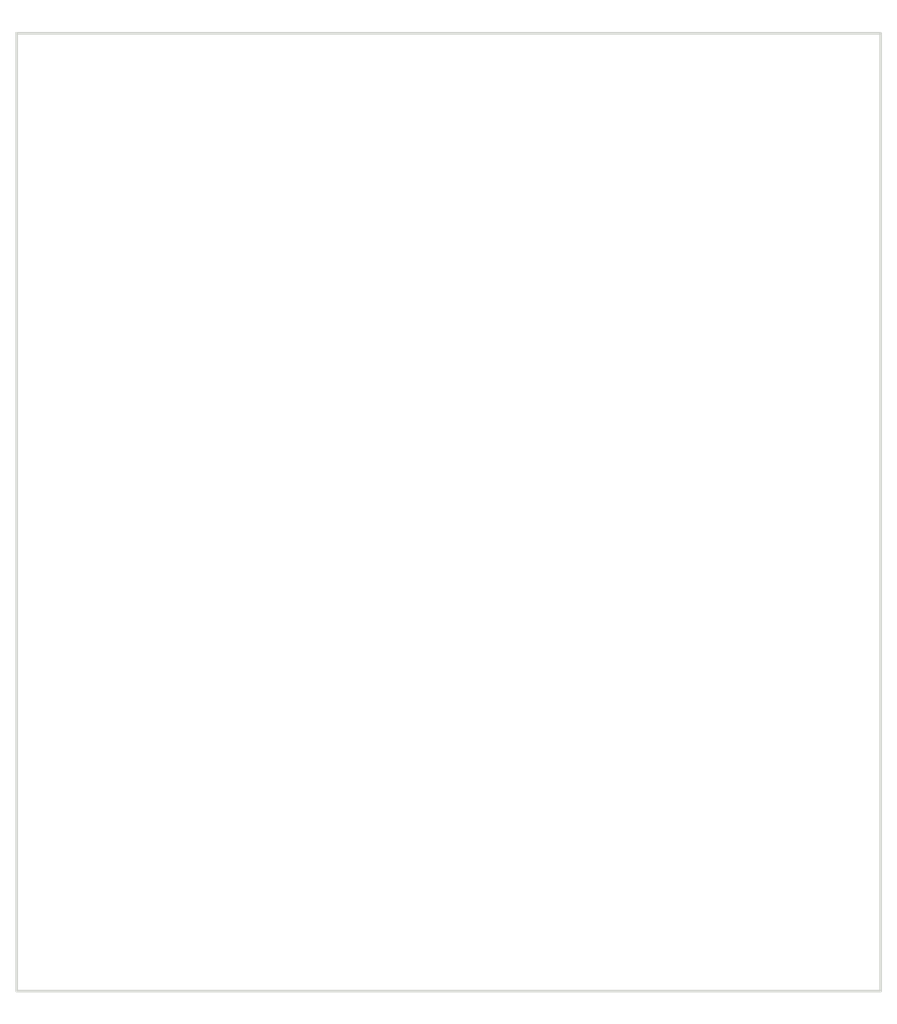
<source format=kicad_pcb>
(kicad_pcb (version 20221018) (generator pcbnew)

  (general
    (thickness 1.6)
  )

  (paper "USLetter")
  (layers
    (0 "F.Cu" signal)
    (31 "B.Cu" signal)
    (32 "B.Adhes" user "B.Adhesive")
    (33 "F.Adhes" user "F.Adhesive")
    (34 "B.Paste" user)
    (35 "F.Paste" user)
    (36 "B.SilkS" user "B.Silkscreen")
    (37 "F.SilkS" user "F.Silkscreen")
    (38 "B.Mask" user)
    (39 "F.Mask" user)
    (40 "Dwgs.User" user "User.Drawings")
    (41 "Cmts.User" user "User.Comments")
    (42 "Eco1.User" user "User.Eco1")
    (43 "Eco2.User" user "User.Eco2")
    (44 "Edge.Cuts" user)
    (45 "Margin" user)
    (46 "B.CrtYd" user "B.Courtyard")
    (47 "F.CrtYd" user "F.Courtyard")
    (48 "B.Fab" user)
    (49 "F.Fab" user)
    (50 "User.1" user)
    (51 "User.2" user)
    (52 "User.3" user)
    (53 "User.4" user)
    (54 "User.5" user)
    (55 "User.6" user)
    (56 "User.7" user)
    (57 "User.8" user)
    (58 "User.9" user)
  )

  (setup
    (stackup
      (layer "F.SilkS" (type "Top Silk Screen"))
      (layer "F.Paste" (type "Top Solder Paste"))
      (layer "F.Mask" (type "Top Solder Mask") (thickness 0.01))
      (layer "F.Cu" (type "copper") (thickness 0.035))
      (layer "dielectric 1" (type "core") (thickness 1.51) (material "FR4") (epsilon_r 4.5) (loss_tangent 0.02))
      (layer "B.Cu" (type "copper") (thickness 0.035))
      (layer "B.Mask" (type "Bottom Solder Mask") (thickness 0.01))
      (layer "B.Paste" (type "Bottom Solder Paste"))
      (layer "B.SilkS" (type "Bottom Silk Screen"))
      (copper_finish "None")
      (dielectric_constraints no)
    )
    (pad_to_mask_clearance 0)
    (aux_axis_origin 20 20)
    (grid_origin 20 20)
    (pcbplotparams
      (layerselection 0x00010fc_ffffffff)
      (plot_on_all_layers_selection 0x0000000_00000000)
      (disableapertmacros false)
      (usegerberextensions false)
      (usegerberattributes true)
      (usegerberadvancedattributes true)
      (creategerberjobfile true)
      (dashed_line_dash_ratio 12.000000)
      (dashed_line_gap_ratio 3.000000)
      (svgprecision 4)
      (plotframeref false)
      (viasonmask false)
      (mode 1)
      (useauxorigin false)
      (hpglpennumber 1)
      (hpglpenspeed 20)
      (hpglpendiameter 15.000000)
      (dxfpolygonmode true)
      (dxfimperialunits true)
      (dxfusepcbnewfont true)
      (psnegative false)
      (psa4output false)
      (plotreference true)
      (plotvalue true)
      (plotinvisibletext false)
      (sketchpadsonfab false)
      (subtractmaskfromsilk false)
      (outputformat 1)
      (mirror false)
      (drillshape 0)
      (scaleselection 1)
      (outputdirectory "")
    )
  )

  (net 0 "")

  (gr_rect locked (start 20 20) (end 85 92)
    (stroke (width 0.2) (type default)) (fill none) (layer "Edge.Cuts") (tstamp 86b1ff45-2082-46bd-9c7f-bd443e600339))
  (gr_rect locked (start 18.75 17.5) (end 86.25 94.5)
    (stroke (width 0.01) (type default)) (fill none) (layer "Margin") (tstamp 1e079792-6ba7-4d74-b5d5-b41b35d2a17c))
  (gr_rect locked (start 23.1 23.1) (end 81.9 88.9)
    (stroke (width 0.01) (type dash)) (fill none) (layer "B.Fab") (tstamp 6a8b1cf2-1a05-45d7-9455-40454c008cd7))
  (gr_rect locked (start 21.2 21.2) (end 83.8 90.8)
    (stroke (width 0.01) (type dash)) (fill none) (layer "F.Fab") (tstamp cdfb55bd-a3e5-40ef-89a9-c8ca9105300d))

)

</source>
